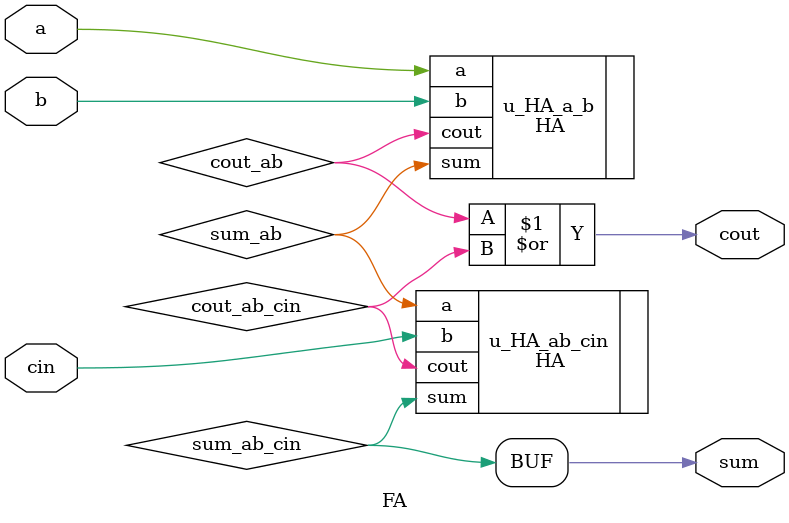
<source format=v>

`timescale 1ns/100ps


module FA (
    input   a,
    input   b,
    input   cin,
    output  sum,
    output  cout
);

wire sum_ab, cout_ab;
wire sum_ab_cin, cout_ab_cin;

HA u_HA_a_b (
    .a      (a),
    .b      (b),
    .sum    (sum_ab),
    .cout   (cout_ab)
);

HA u_HA_ab_cin (
    .a      (sum_ab),
    .b      (cin),
    .sum    (sum_ab_cin),
    .cout   (cout_ab_cin)
);

assign sum = sum_ab_cin;
assign cout = cout_ab | cout_ab_cin;

endmodule

</source>
